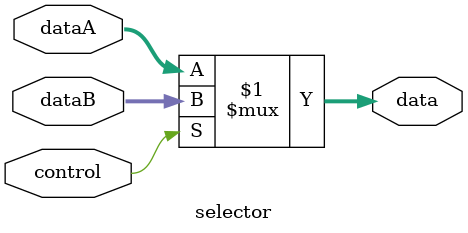
<source format=v>
module selector(
  input control,
  input [15:0] dataA, dataB,
  output [15:0] data
);

assign data = control? dataB : dataA;

endmodule

</source>
